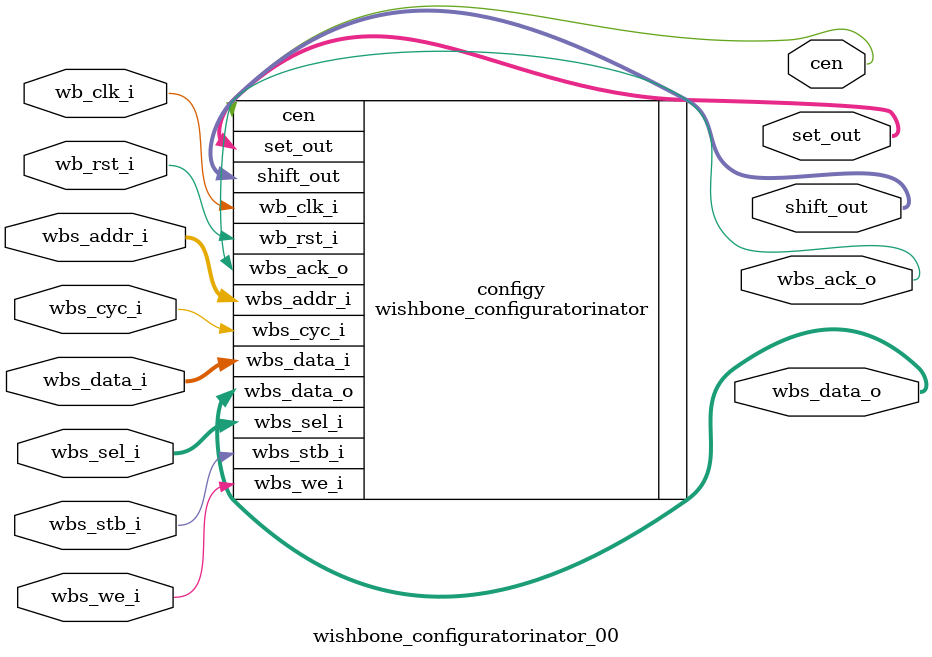
<source format=v>
module wishbone_configuratorinator_00 (
    // Global signals
    input wb_clk_i,
    input wb_rst_i,

    // Wishbone signals
    input wbs_stb_i,
    input wbs_cyc_i,
    input wbs_we_i,
    // Write mask
    input [3:0] wbs_sel_i,
    input [31:0] wbs_data_i,
    input [31:0] wbs_addr_i,
    output wbs_ack_o, // Its bad form but its also 1 in the morning
    output [31:0] wbs_data_o,

    // Config output
    output cen,
    output [3:0] set_out,
    output [3:0] shift_out
);
    wishbone_configuratorinator #(.BASE_ADDR(32'h3000_0000)) configy (
        .wb_clk_i(wb_clk_i),
        .wb_rst_i(wb_rst_i),
        .wbs_stb_i(wbs_stb_i),
        .wbs_cyc_i(wbs_cyc_i),
        .wbs_we_i(wbs_we_i),
        .wbs_sel_i(wbs_sel_i),
        .wbs_data_i(wbs_data_i),
        .wbs_addr_i(wbs_addr_i),
        .wbs_ack_o(wbs_ack_o),
        .wbs_data_o(wbs_data_o),
        .cen(cen),
        .set_out(set_out),
        .shift_out(shift_out)
    );
endmodule
</source>
